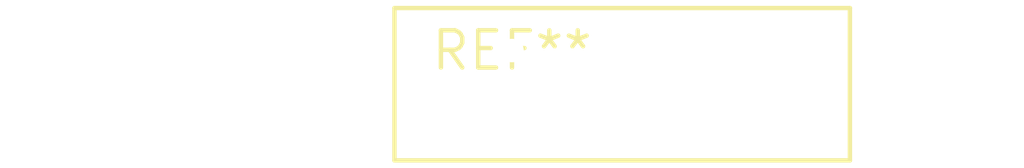
<source format=kicad_pcb>
(kicad_pcb (version 20240108) (generator pcbnew)
  (layers (0 "F.Cu" signal) (31 "B.Cu" signal) (34 "B.Paste" user) (35 "F.Paste" user) (36 "B.SilkS" user "B.Silkscreen") (37 "F.SilkS" user "F.Silkscreen") (38 "B.Mask" user) (39 "F.Mask" user) (44 "Edge.Cuts" user))
  (net 0 "")
  (footprint "RV_Disc_D15.5mm_W5.2mm_P7.5mm" (layer "F.Cu") (at 0 0)
    (property "Reference" "REF**")
    (property "Value" "RV_Disc_D15.5mm_W5.2mm_P7.5mm")
    (fp_line (start -4 -1.45) (end -4 3.75) (layer "F.SilkS") (stroke (width 0.15)))
    (fp_line (start -4 -1.45) (end 11.5 -1.45) (layer "F.SilkS") (stroke (width 0.15)))
    (fp_line (start -4 3.75) (end 11.5 3.75) (layer "F.SilkS") (stroke (width 0.15)))
    (fp_line (start 11.5 -1.45) (end 11.5 3.75) (layer "F.SilkS") (stroke (width 0.15)))
    (pad "1" thru_hole circle (at 0 0) (size 1.8 1.8) (drill 0.8) (layers *.Cu *.Mask) (remove_unused_layers))
    (pad "2" thru_hole circle (at 7.5 2.3) (size 1.8 1.8) (drill 0.8) (layers *.Cu *.Mask) (remove_unused_layers))
  )
)
</source>
